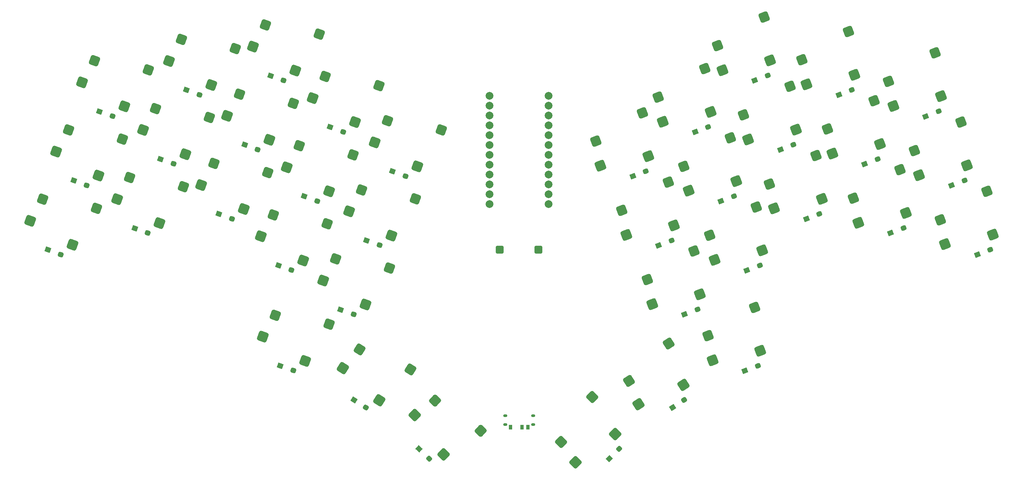
<source format=gbr>
%TF.GenerationSoftware,KiCad,Pcbnew,9.0.0*%
%TF.CreationDate,2025-08-07T18:41:01+03:00*%
%TF.ProjectId,keyatura,6b657961-7475-4726-912e-6b696361645f,rev?*%
%TF.SameCoordinates,Original*%
%TF.FileFunction,Paste,Bot*%
%TF.FilePolarity,Positive*%
%FSLAX46Y46*%
G04 Gerber Fmt 4.6, Leading zero omitted, Abs format (unit mm)*
G04 Created by KiCad (PCBNEW 9.0.0) date 2025-08-07 18:41:01*
%MOMM*%
%LPD*%
G01*
G04 APERTURE LIST*
G04 Aperture macros list*
%AMRoundRect*
0 Rectangle with rounded corners*
0 $1 Rounding radius*
0 $2 $3 $4 $5 $6 $7 $8 $9 X,Y pos of 4 corners*
0 Add a 4 corners polygon primitive as box body*
4,1,4,$2,$3,$4,$5,$6,$7,$8,$9,$2,$3,0*
0 Add four circle primitives for the rounded corners*
1,1,$1+$1,$2,$3*
1,1,$1+$1,$4,$5*
1,1,$1+$1,$6,$7*
1,1,$1+$1,$8,$9*
0 Add four rect primitives between the rounded corners*
20,1,$1+$1,$2,$3,$4,$5,0*
20,1,$1+$1,$4,$5,$6,$7,0*
20,1,$1+$1,$6,$7,$8,$9,0*
20,1,$1+$1,$8,$9,$2,$3,0*%
%AMRotRect*
0 Rectangle, with rotation*
0 The origin of the aperture is its center*
0 $1 length*
0 $2 width*
0 $3 Rotation angle, in degrees counterclockwise*
0 Add horizontal line*
21,1,$1,$2,0,0,$3*%
G04 Aperture macros list end*
%ADD10RoundRect,0.300000X-0.700000X-0.700000X0.700000X-0.700000X0.700000X0.700000X-0.700000X0.700000X0*%
%ADD11RoundRect,0.199800X-0.300200X-0.100200X0.300200X-0.100200X0.300200X0.100200X-0.300200X0.100200X0*%
%ADD12RoundRect,0.225000X-0.225000X0.400000X-0.225000X-0.400000X0.225000X-0.400000X0.225000X0.400000X0*%
%ADD13C,2.000000*%
%ADD14RoundRect,0.520000X-0.999736X-0.466185X0.466185X-0.999736X0.999736X0.466185X-0.466185X0.999736X0*%
%ADD15RoundRect,0.500000X0.969835X0.471747X-0.439704X0.984777X-0.969835X-0.471747X0.439704X-0.984777X0*%
%ADD16RoundRect,0.520000X-1.074815X-0.248140X0.248140X-1.074815X1.074815X0.248140X-0.248140X1.074815X0*%
%ADD17RoundRect,0.500000X1.046724X0.259798X-0.225349X1.054677X-1.046724X-0.259798X0.225349X-1.054677X0*%
%ADD18RoundRect,0.520000X-1.102919X-0.019252X0.019252X-1.102919X1.102919X0.019252X-0.019252X1.102919X0*%
%ADD19RoundRect,0.500000X1.077865X0.036495X-0.001145X1.078482X-1.077865X-0.036495X0.001145X-1.078482X0*%
%ADD20RoundRect,0.520000X-0.448666X-1.007720X1.007720X-0.448666X0.448666X1.007720X-1.007720X0.448666X0*%
%ADD21RoundRect,0.500000X0.422450X0.992301X-0.977920X0.454749X-0.422450X-0.992301X0.977920X-0.454749X0*%
%ADD22RoundRect,0.520000X0.000000X-1.103087X1.103087X0.000000X0.000000X1.103087X-1.103087X0.000000X0*%
%ADD23RoundRect,0.500000X-0.017678X1.078338X-1.078338X0.017678X0.017678X-1.078338X1.078338X-0.017678X0*%
%ADD24RoundRect,0.400000X-0.379159X-0.128042X0.208149X-0.341804X0.379159X0.128042X-0.208149X0.341804X0*%
%ADD25RotRect,1.425000X1.300000X340.000000*%
%ADD26RoundRect,0.400000X-0.202152X-0.345385X0.381336X-0.121405X0.202152X0.345385X-0.381336X0.121405X0*%
%ADD27RotRect,1.425000X1.300000X21.000000*%
%ADD28RoundRect,0.400000X-0.398458X0.037246X0.051129X-0.396916X0.398458X-0.037246X-0.051129X0.396916X0*%
%ADD29RotRect,1.425000X1.300000X316.000000*%
%ADD30RoundRect,0.400000X-0.044194X-0.397748X0.397748X0.044194X0.044194X0.397748X-0.397748X-0.044194X0*%
%ADD31RotRect,1.425000X1.300000X45.000000*%
%ADD32RoundRect,0.400000X-0.397495X-0.046412X0.132535X-0.377612X0.397495X0.046412X-0.132535X0.377612X0*%
%ADD33RotRect,1.425000X1.300000X328.000000*%
%ADD34RoundRect,0.400000X-0.125925X-0.379867X0.398244X-0.039468X0.125925X0.379867X-0.398244X0.039468X0*%
%ADD35RotRect,1.425000X1.300000X33.000000*%
%ADD36RoundRect,0.520000X-0.229345X-1.078981X1.078981X-0.229345X0.229345X1.078981X-1.078981X0.229345X0*%
%ADD37RoundRect,0.500000X0.206908X1.058449X-1.051098X0.241490X-0.206908X-1.058449X1.051098X-0.241490X0*%
G04 APERTURE END LIST*
D10*
%TO.C,J1*%
X149460000Y-91060000D03*
X159460000Y-91060000D03*
%TD*%
D11*
%TO.C,BAT_KEY1*%
X150850000Y-133957000D03*
X150850000Y-136193000D03*
X158050000Y-133957000D03*
X158050000Y-136193000D03*
D12*
X152200000Y-136900000D03*
X155200000Y-136900000D03*
X156700000Y-136900000D03*
%TD*%
D13*
%TO.C,U1*%
X162060000Y-51390000D03*
X162060000Y-53930000D03*
X162060000Y-56470000D03*
X162060000Y-59010000D03*
X162060000Y-61550000D03*
X162060000Y-64090000D03*
X162060000Y-66630000D03*
X162060000Y-69170000D03*
X162060000Y-71710000D03*
X162060000Y-74250000D03*
X162060000Y-76790000D03*
X162060000Y-79330000D03*
X146820000Y-51390000D03*
X146820000Y-53930000D03*
X146820000Y-56470000D03*
X146820000Y-59010000D03*
X146820000Y-61550000D03*
X146820000Y-64090000D03*
X146820000Y-66630000D03*
X146820000Y-69170000D03*
X146820000Y-71710000D03*
X146820000Y-74250000D03*
X146820000Y-76790000D03*
X146820000Y-79330000D03*
%TD*%
D14*
%TO.C,SW1*%
X99222444Y-119781361D03*
D15*
X105411629Y-110349368D03*
D14*
X88288498Y-113566957D03*
D15*
X91528155Y-107999208D03*
%TD*%
D16*
%TO.C,SW2*%
X118385354Y-129978285D03*
D17*
X126400312Y-122039208D03*
D16*
X108982388Y-121626385D03*
D17*
X113308851Y-116853868D03*
%TD*%
D18*
%TO.C,SW3*%
X135009273Y-143936641D03*
D19*
X144499712Y-137837455D03*
D18*
X127548242Y-133812263D03*
D19*
X132772423Y-130043560D03*
%TD*%
D14*
%TO.C,SW5*%
X61652644Y-84275661D03*
D15*
X67841829Y-74843668D03*
D14*
X50718698Y-78061257D03*
D15*
X53958355Y-72493508D03*
%TD*%
D14*
%TO.C,SW6*%
X83366044Y-80596861D03*
D15*
X89555229Y-71164868D03*
D14*
X72432098Y-74382457D03*
D15*
X75671755Y-68814708D03*
%TD*%
D14*
%TO.C,SW7*%
X98740644Y-93871861D03*
D15*
X104929829Y-84439868D03*
D14*
X87806698Y-87657457D03*
D15*
X91046355Y-82089708D03*
%TD*%
D14*
%TO.C,SW10*%
X68324044Y-66432061D03*
D15*
X74513229Y-57000068D03*
D14*
X57390098Y-60217657D03*
D15*
X60629755Y-54649908D03*
%TD*%
D14*
%TO.C,SW11*%
X90037444Y-62753261D03*
D15*
X96226629Y-53321268D03*
D14*
X79103498Y-56538857D03*
D15*
X82343155Y-50971108D03*
%TD*%
D14*
%TO.C,SW12*%
X105412144Y-76028261D03*
D15*
X111601329Y-66596268D03*
D14*
X94478198Y-69813857D03*
D15*
X97717855Y-64246108D03*
%TD*%
D14*
%TO.C,SW13*%
X121487144Y-87429861D03*
D15*
X127676329Y-77997868D03*
D14*
X110553198Y-81215457D03*
D15*
X113792855Y-75647708D03*
%TD*%
D14*
%TO.C,SW18*%
X128158644Y-69586261D03*
D15*
X134347829Y-60154268D03*
D14*
X117224698Y-63371857D03*
D15*
X120464355Y-57804108D03*
%TD*%
D20*
%TO.C,SW19*%
X216707718Y-117153863D03*
D21*
X215190812Y-105974977D03*
D20*
X204378748Y-119637107D03*
D21*
X203170977Y-113309667D03*
%TD*%
D22*
%TO.C,SW21*%
X179244625Y-138677935D03*
D23*
X173311999Y-129082496D03*
D22*
X168991577Y-145961135D03*
D23*
X165314622Y-140671976D03*
%TD*%
D20*
%TO.C,SW22*%
X276691418Y-87200263D03*
D21*
X275174512Y-76021377D03*
D20*
X264362448Y-89683507D03*
D21*
X263154677Y-83356067D03*
%TD*%
D20*
%TO.C,SW23*%
X254277618Y-81648163D03*
D21*
X252760712Y-70469277D03*
D20*
X241948648Y-84131407D03*
D21*
X240740877Y-77803967D03*
%TD*%
D20*
%TO.C,SW24*%
X232564218Y-77969363D03*
D21*
X231047312Y-66790477D03*
D20*
X220235248Y-80452607D03*
D21*
X219027477Y-74125167D03*
%TD*%
D20*
%TO.C,SW25*%
X217189518Y-91244363D03*
D21*
X215672612Y-80065477D03*
D20*
X204860548Y-93727607D03*
D21*
X203652777Y-87400167D03*
%TD*%
D20*
%TO.C,SW27*%
X270019918Y-69356663D03*
D21*
X268503012Y-58177777D03*
D20*
X257690948Y-71839907D03*
D21*
X256483177Y-65512467D03*
%TD*%
D20*
%TO.C,SW28*%
X247606118Y-63804563D03*
D21*
X246089212Y-52625677D03*
D20*
X235277148Y-66287807D03*
D21*
X234069377Y-59960367D03*
%TD*%
D20*
%TO.C,SW29*%
X225892718Y-60125763D03*
D21*
X224375812Y-48946877D03*
D20*
X213563748Y-62609007D03*
D21*
X212355977Y-56281567D03*
%TD*%
D20*
%TO.C,SW30*%
X210518118Y-73400763D03*
D21*
X209001212Y-62221877D03*
D20*
X198189148Y-75884007D03*
D21*
X196981377Y-69556567D03*
%TD*%
D20*
%TO.C,SW31*%
X194443018Y-84802363D03*
D21*
X192926112Y-73623477D03*
D20*
X182114048Y-87285607D03*
D21*
X180906277Y-80958167D03*
%TD*%
D20*
%TO.C,SW35*%
X203846618Y-55557163D03*
D21*
X202329712Y-44378277D03*
D20*
X191517648Y-58040407D03*
D21*
X190309877Y-51712967D03*
%TD*%
D20*
%TO.C,SW36*%
X187771618Y-66958763D03*
D21*
X186254712Y-55779877D03*
D20*
X175442648Y-69442007D03*
D21*
X174234877Y-63114567D03*
%TD*%
D24*
%TO.C,D7*%
X95704501Y-96384561D03*
D25*
X92345099Y-95161839D03*
%TD*%
D24*
%TO.C,D14*%
X49545601Y-56653361D03*
D25*
X46186199Y-55430639D03*
%TD*%
D24*
%TO.C,D4*%
X36202701Y-92340561D03*
D25*
X32843299Y-91117839D03*
%TD*%
D24*
%TO.C,D13*%
X118451001Y-89942661D03*
D25*
X115091599Y-88719939D03*
%TD*%
D24*
%TO.C,D9*%
X42874101Y-74496961D03*
D25*
X39514699Y-73274239D03*
%TD*%
D26*
%TO.C,D23*%
X253634675Y-85536417D03*
D27*
X250297125Y-86817583D03*
%TD*%
D24*
%TO.C,D12*%
X102376001Y-78540961D03*
D25*
X99016599Y-77318239D03*
%TD*%
D28*
%TO.C,D3*%
X131213620Y-144997202D03*
D29*
X128641980Y-142513798D03*
%TD*%
D24*
%TO.C,D1*%
X96186301Y-122294161D03*
D25*
X92826899Y-121071439D03*
%TD*%
D24*
%TO.C,D15*%
X71959401Y-51101161D03*
D25*
X68599999Y-49878439D03*
%TD*%
D26*
%TO.C,D24*%
X231921275Y-81857717D03*
D27*
X228583725Y-83138883D03*
%TD*%
D24*
%TO.C,D10*%
X65287901Y-68944761D03*
D25*
X61928499Y-67722039D03*
%TD*%
D26*
%TO.C,D31*%
X193800175Y-88690717D03*
D27*
X190462625Y-89971883D03*
%TD*%
D24*
%TO.C,D6*%
X80329901Y-83109661D03*
D25*
X76970499Y-81886939D03*
%TD*%
D26*
%TO.C,D35*%
X203203775Y-59445417D03*
D27*
X199866225Y-60726583D03*
%TD*%
D26*
%TO.C,D33*%
X240291775Y-49849217D03*
D27*
X236954225Y-51130383D03*
%TD*%
D26*
%TO.C,D36*%
X187128675Y-70847117D03*
D27*
X183791125Y-72128283D03*
%TD*%
D24*
%TO.C,D16*%
X93672801Y-47422461D03*
D25*
X90313399Y-46199739D03*
%TD*%
D26*
%TO.C,D25*%
X216546675Y-95132617D03*
D27*
X213209125Y-96413783D03*
%TD*%
D30*
%TO.C,D21*%
X180238853Y-142491547D03*
D31*
X177710947Y-145019453D03*
%TD*%
D24*
%TO.C,D11*%
X87001301Y-65266061D03*
D25*
X83641899Y-64043339D03*
%TD*%
D26*
%TO.C,D34*%
X218578375Y-46170517D03*
D27*
X215240825Y-47451683D03*
%TD*%
D32*
%TO.C,D2*%
X114893086Y-131804931D03*
D33*
X111861314Y-129910469D03*
%TD*%
D26*
%TO.C,D28*%
X246963275Y-67692817D03*
D27*
X243625725Y-68973983D03*
%TD*%
D24*
%TO.C,D8*%
X111779601Y-107786261D03*
D25*
X108420199Y-106563539D03*
%TD*%
D34*
%TO.C,D20*%
X197024624Y-129884158D03*
D35*
X194026376Y-131831242D03*
%TD*%
D24*
%TO.C,D17*%
X109047401Y-60697361D03*
D25*
X105687999Y-59474639D03*
%TD*%
D26*
%TO.C,D29*%
X225249875Y-64014117D03*
D27*
X221912325Y-65295283D03*
%TD*%
D24*
%TO.C,D18*%
X125122501Y-72099061D03*
D25*
X121763099Y-70876339D03*
%TD*%
D26*
%TO.C,D22*%
X276048475Y-91088617D03*
D27*
X272710925Y-92369783D03*
%TD*%
D26*
%TO.C,D30*%
X209875175Y-77289017D03*
D27*
X206537625Y-78570183D03*
%TD*%
D24*
%TO.C,D5*%
X58616501Y-86788361D03*
D25*
X55257099Y-85565639D03*
%TD*%
D26*
%TO.C,D32*%
X262705575Y-55401417D03*
D27*
X259368025Y-56682583D03*
%TD*%
D26*
%TO.C,D27*%
X269377075Y-73245017D03*
D27*
X266039525Y-74526183D03*
%TD*%
D26*
%TO.C,D19*%
X216064875Y-121042217D03*
D27*
X212727325Y-122323383D03*
%TD*%
D14*
%TO.C,SW4*%
X39238844Y-89827761D03*
D15*
X45428029Y-80395768D03*
D14*
X28304898Y-83613357D03*
D15*
X31544555Y-78045608D03*
%TD*%
D14*
%TO.C,SW9*%
X45910244Y-71984161D03*
D15*
X52099429Y-62552168D03*
D14*
X34976298Y-65769757D03*
D15*
X38215955Y-60202008D03*
%TD*%
D14*
%TO.C,SW14*%
X52581744Y-54140561D03*
D15*
X58770929Y-44708568D03*
D14*
X41647798Y-47926157D03*
D15*
X44887455Y-42358408D03*
%TD*%
D14*
%TO.C,SW15*%
X74995544Y-48588461D03*
D15*
X81184729Y-39156468D03*
D14*
X64061598Y-42374057D03*
D15*
X67301255Y-36806308D03*
%TD*%
D20*
%TO.C,SW34*%
X219221318Y-42282163D03*
D21*
X217704412Y-31103277D03*
D20*
X206892348Y-44765407D03*
D21*
X205684577Y-38437967D03*
%TD*%
D20*
%TO.C,SW32*%
X263348518Y-51513063D03*
D21*
X261831612Y-40334177D03*
D20*
X251019548Y-53996307D03*
D21*
X249811777Y-47668867D03*
%TD*%
D20*
%TO.C,SW33*%
X240934718Y-45960963D03*
D21*
X239417812Y-34782077D03*
D20*
X228605748Y-48444207D03*
D21*
X227397977Y-42116767D03*
%TD*%
D14*
%TO.C,SW17*%
X112083544Y-58184661D03*
D15*
X118272729Y-48752668D03*
D14*
X101149598Y-51970257D03*
D15*
X104389255Y-46402508D03*
%TD*%
D14*
%TO.C,SW8*%
X114815744Y-105273461D03*
D15*
X121004929Y-95841468D03*
D14*
X103881798Y-99059057D03*
D15*
X107121455Y-93491308D03*
%TD*%
D14*
%TO.C,SW16*%
X96708944Y-44909661D03*
D15*
X102898129Y-35477668D03*
D14*
X85774998Y-38695257D03*
D15*
X89014655Y-33127508D03*
%TD*%
D36*
%TO.C,SW20*%
X196845051Y-125947092D03*
D37*
X193037072Y-115327874D03*
D36*
X185301794Y-130939408D03*
D37*
X182804867Y-125001348D03*
%TD*%
D26*
%TO.C,D26*%
X200471575Y-106534317D03*
D27*
X197134025Y-107815483D03*
%TD*%
D20*
%TO.C,SW26*%
X201114518Y-102645963D03*
D21*
X199597612Y-91467077D03*
D20*
X188785548Y-105129207D03*
D21*
X187577777Y-98801767D03*
%TD*%
M02*

</source>
